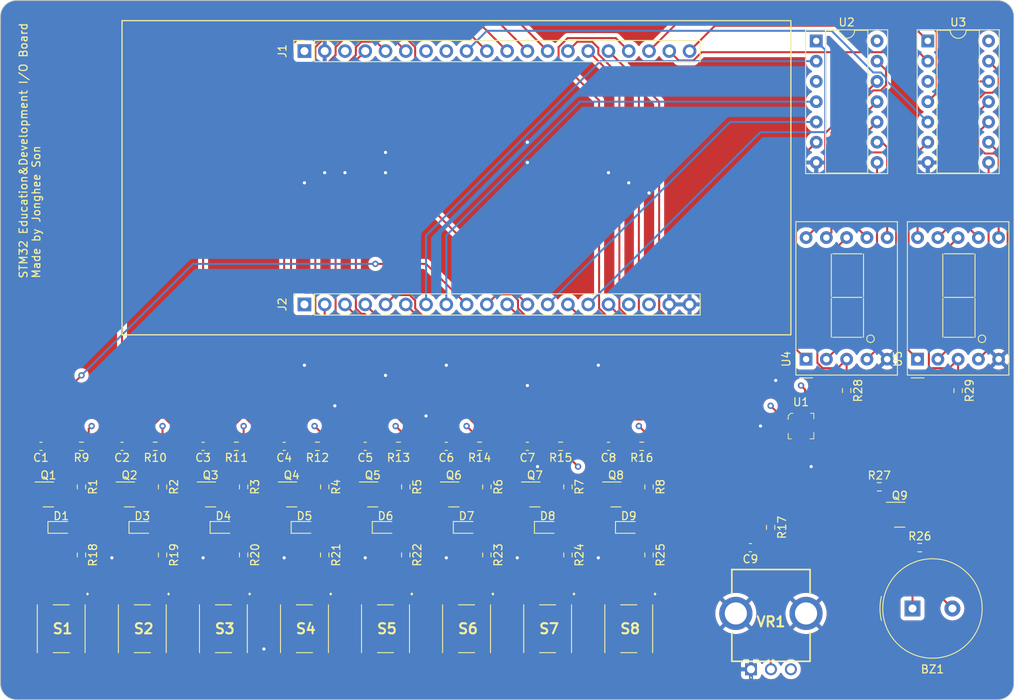
<source format=kicad_pcb>
(kicad_pcb (version 20221018) (generator pcbnew)
  (title_block (date "2023-12-22") (rev "1.0.0"))
  (layers (0 "F.Cu" signal) (1 "In1.Cu" power) (2 "In2.Cu" power) (31 "B.Cu" signal) (34 "B.Paste" user) (35 "F.Paste" user) (36 "B.SilkS" user "B.Silkscreen") (37 "F.SilkS" user "F.Silkscreen") (38 "B.Mask" user) (39 "F.Mask" user) (44 "Edge.Cuts" user))
  (net 0 "")
  (net 1 "VCC3V3")
  (net 2 "Net-(BZ1-+)")
  (net 3 "PC0")
  (net 4 "GND")
  (net 5 "PC1")
  (net 6 "PC2")
  (net 7 "PC3")
  (net 8 "PB6")
  (net 9 "PB7")
  (net 10 "PB8")
  (net 11 "PB9")
  (net 12 "Net-(VR1-WIPER)")
  (net 13 "Net-(D1-K)")
  (net 14 "Net-(D1-A)")
  (net 15 "Net-(D3-K)")
  (net 16 "Net-(D3-A)")
  (net 17 "Net-(D4-K)")
  (net 18 "Net-(D4-A)")
  (net 19 "Net-(D5-K)")
  (net 20 "Net-(D5-A)")
  (net 21 "Net-(D6-K)")
  (net 22 "Net-(D6-A)")
  (net 23 "Net-(D7-K)")
  (net 24 "Net-(D7-A)")
  (net 25 "Net-(D8-K)")
  (net 26 "Net-(D8-A)")
  (net 27 "Net-(D9-K)")
  (net 28 "Net-(D9-A)")
  (net 29 "5V")
  (net 30 "PC12")
  (net 31 "PC11")
  (net 32 "PC10")
  (net 33 "PA10{slash}USART1_RX")
  (net 34 "PA9{slash}USART1_TX")
  (net 35 "PA8")
  (net 36 "PC9")
  (net 37 "PC8")
  (net 38 "PC7")
  (net 39 "PC6")
  (net 40 "PB15{slash}SPI2_MOSI")
  (net 41 "PB14{slash}SPI2_MISO")
  (net 42 "PB13{slash}SPI2_SCK")
  (net 43 "PB12{slash}SPI2_NSS")
  (net 44 "PB11")
  (net 45 "PB10")
  (net 46 "PB1")
  (net 47 "VBAT")
  (net 48 "PC13")
  (net 49 "PA5")
  (net 50 "PA6")
  (net 51 "PA0")
  (net 52 "PA1{slash}ADC123_IN1")
  (net 53 "PA2")
  (net 54 "PA3{slash}TIM9_CH2")
  (net 55 "RESET")
  (net 56 "Net-(Q9-B)")
  (net 57 "Net-(R18-Pad2)")
  (net 58 "Net-(R19-Pad2)")
  (net 59 "Net-(R20-Pad2)")
  (net 60 "Net-(R21-Pad2)")
  (net 61 "Net-(R22-Pad2)")
  (net 62 "Net-(R23-Pad2)")
  (net 63 "Net-(R24-Pad2)")
  (net 64 "Net-(R25-Pad2)")
  (net 71 "Net-(R28-Pad1)")
  (net 72 "Net-(R29-Pad1)")
  (net 73 "Net-(U2-e)")
  (net 74 "Net-(U2-d)")
  (net 75 "Net-(U2-c)")
  (net 76 "Net-(U2-b)")
  (net 77 "Net-(U2-a)")
  (net 78 "Net-(U2-g)")
  (net 79 "Net-(U2-f)")
  (net 80 "Net-(U3-e)")
  (net 81 "Net-(U3-d)")
  (net 82 "Net-(U3-c)")
  (net 83 "Net-(U3-b)")
  (net 84 "Net-(U3-a)")
  (net 85 "Net-(U3-g)")
  (net 86 "Net-(U3-f)")
  (footprint "Resistor_SMD:R_0603_1608Metric_Pad0.98x0.95mm_HandSolder" (layer "F.Cu") (at 165.005 125.848451 -90)
    (fp_text reference "R25")
    (fp_text value "33")
  )
  (footprint "Connector_PinSocket_2.54mm:PinSocket_1x20_P2.54mm_Vertical" (layer "F.Cu") (at 121.825 62.705951 90)
    (fp_text reference "J1")
    (fp_text value "Conn_01x20_Pin")
  )
  (footprint "Package_TO_SOT_SMD:SOT-23" (layer "F.Cu") (at 89.7425 118.265951)
    (fp_text reference "Q1")
    (fp_text value "KRC110S")
  )
  (footprint "Capacitor_SMD:C_0603_1608Metric_Pad1.08x0.95mm_HandSolder" (layer "F.Cu") (at 129.445 112.235951 180)
    (fp_text reference "C5")
    (fp_text value "0.1uF")
  )
  (footprint "SamacSys_Parts:1TS005F25005001" (layer "F.Cu") (at 131.985 135.095951)
    (fp_text reference "S5")
    (fp_text value "1TS005F-2500-5001" hide)
  )
  (footprint "Resistor_SMD:R_0603_1608Metric_Pad0.98x0.95mm_HandSolder" (layer "F.Cu") (at 198.9375 124.935951)
    (fp_text reference "R26")
    (fp_text value "1k")
  )
  (footprint "Resistor_SMD:R_0603_1608Metric_Pad0.98x0.95mm_HandSolder" (layer "F.Cu") (at 134.525 125.848451 -90)
    (fp_text reference "R22")
    (fp_text value "33")
  )
  (footprint "SamacSys_Parts:1TS005F25005001" (layer "F.Cu") (at 142.145 135.095951)
    (fp_text reference "S6")
    (fp_text value "1TS005F-2500-5001" hide)
  )
  (footprint "SamacSys_Parts:1TS005F25005001" (layer "F.Cu") (at 111.665 135.095951)
    (fp_text reference "S3")
    (fp_text value "1TS005F-2500-5001" hide)
  )
  (footprint "Package_TO_SOT_SMD:SOT-23" (layer "F.Cu") (at 196.4225 120.805951)
    (fp_text reference "Q9")
    (fp_text value "~")
  )
  (footprint "Capacitor_SMD:C_0603_1608Metric_Pad1.08x0.95mm_HandSolder" (layer "F.Cu") (at 149.765 112.235951 180)
    (fp_text reference "C7")
    (fp_text value "0.1uF")
  )
  (footprint "Connector_PinSocket_2.54mm:PinSocket_1x20_P2.54mm_Vertical" (layer "F.Cu") (at 121.825 94.455951 90)
    (fp_text reference "J2")
    (fp_text value "Conn_01x20_Pin")
  )
  (footprint "Resistor_SMD:R_0603_1608Metric_Pad0.98x0.95mm_HandSolder" (layer "F.Cu") (at 124.365 125.848451 -90)
    (fp_text reference "R21")
    (fp_text value "33")
  )
  (footprint "Package_TO_SOT_SMD:SOT-23" (layer "F.Cu") (at 120.2225 118.265951)
    (fp_text reference "Q4")
    (fp_text value "~")
  )
  (footprint "Display_7Segment:D1X8K" (layer "F.Cu") (at 184.69 101.318451 90)
    (fp_text reference "U4")
    (fp_text value "D148K")
  )
  (footprint "Resistor_SMD:R_0603_1608Metric_Pad0.98x0.95mm_HandSolder" (layer "F.Cu") (at 144.685 117.315951 -90)
    (fp_text reference "R6")
    (fp_text value "330")
  )
  (footprint "Resistor_SMD:R_0603_1608Metric_Pad0.98x0.95mm_HandSolder" (layer "F.Cu") (at 104.045 125.848451 -90)
    (fp_text reference "R19")
    (fp_text value "33")
  )
  (footprint "LED_SMD:LED_0603_1608Metric_Pad1.05x0.95mm_HandSolder" (layer "F.Cu") (at 91.345 122.395951)
    (fp_text reference "D1")
    (fp_text value "GREEN")
  )
  (footprint "Capacitor_SMD:C_0603_1608Metric_Pad1.08x0.95mm_HandSolder" (layer "F.Cu") (at 119.285 112.235951 180)
    (fp_text reference "C4")
    (fp_text value "0.1uF")
  )
  (footprint "Package_TO_SOT_SMD:SOT-23" (layer "F.Cu") (at 150.7025 118.265951)
    (fp_text reference "Q7")
    (fp_text value "~")
  )
  (footprint "Resistor_SMD:R_0603_1608Metric_Pad0.98x0.95mm_HandSolder" (layer "F.Cu") (at 153.9325 112.235951 180)
    (fp_text reference "R15")
    (fp_text value "10k")
  )
  (footprint "Package_TO_SOT_SMD:SOT-23" (layer "F.Cu") (at 130.3825 118.265951)
    (fp_text reference "Q5")
    (fp_text value "~")
  )
  (footprint "Capacitor_SMD:C_0603_1608Metric_Pad1.08x0.95mm_HandSolder" (layer "F.Cu") (at 177.705 124.935951 180)
    (fp_text reference "C9")
    (fp_text value "0.1uF")
  )
  (footprint "Package_TO_SOT_SMD:SOT-23" (layer "F.Cu") (at 110.0625 118.265951)
    (fp_text reference "Q3")
    (fp_text value "~")
  )
  (footprint "Resistor_SMD:R_0603_1608Metric_Pad0.98x0.95mm_HandSolder" (layer "F.Cu") (at 104.045 117.315951 -90)
    (fp_text reference "R2")
    (fp_text value "330")
  )
  (footprint "Resistor_SMD:R_0603_1608Metric_Pad0.98x0.95mm_HandSolder" (layer "F.Cu") (at 93.885 125.848451 -90)
    (fp_text reference "R18")
    (fp_text value "33")
  )
  (footprint "LED_SMD:LED_0603_1608Metric_Pad1.05x0.95mm_HandSolder" (layer "F.Cu") (at 162.465 122.395951)
    (fp_text reference "D9")
    (fp_text value "GREEN")
  )
  (footprint "Resistor_SMD:R_0603_1608Metric_Pad0.98x0.95mm_HandSolder" (layer "F.Cu") (at 93.885 112.235951 180)
    (fp_text reference "R9")
    (fp_text value "10k")
  )
  (footprint "LED_SMD:LED_0603_1608Metric_Pad1.05x0.95mm_HandSolder" (layer "F.Cu") (at 152.305 122.395951)
    (fp_text reference "D8")
    (fp_text value "GREEN")
  )
  (footprint "Package_TO_SOT_SMD:SOT-23" (layer "F.Cu") (at 99.9025 118.265951)
    (fp_text reference "Q2")
    (fp_text value "~")
  )
  (footprint "Resistor_SMD:R_0603_1608Metric_Pad0.98x0.95mm_HandSolder" (layer "F.Cu") (at 143.7725 112.235951 180)
    (fp_text reference "R14")
    (fp_text value "10k")
  )
  (footprint "Resistor_SMD:R_0603_1608Metric_Pad0.98x0.95mm_HandSolder" (layer "F.Cu") (at 154.845 117.315951 -90)
    (fp_text reference "R7")
    (fp_text value "330")
  )
  (footprint "LED_SMD:LED_0603_1608Metric_Pad1.05x0.95mm_HandSolder" (layer "F.Cu") (at 111.665 122.395951)
    (fp_text reference "D4")
    (fp_text value "GREEN")
  )
  (footprint "Package_TO_SOT_SMD:SOT-23" (layer "F.Cu") (at 160.8625 118.265951)
    (fp_text reference "Q8")
    (fp_text value "~")
  )
  (footprint "Capacitor_SMD:C_0603_1608Metric_Pad1.08x0.95mm_HandSolder" (layer "F.Cu") (at 159.925 112.235951 180)
    (fp_text reference "C8")
    (fp_text value "0.1uF")
  )
  (footprint "Resistor_SMD:R_0603_1608Metric_Pad0.98x0.95mm_HandSolder" (layer "F.Cu") (at 123.4525 112.235951 180)
    (fp_text reference "R12")
    (fp_text value "10k")
  )
  (footprint "digikey-footprints:TFLGA-16_3x3mm" (layer "F.Cu") (at 184.055 109.695951)
    (fp_text reference "U1")
    (fp_text value "H3LIS331DLTR")
  )
  (footprint "Package_DIP:DIP-14_W7.62mm_Socket" (layer "F.Cu") (at 199.94 61.430951)
    (fp_text reference "U3")
    (fp_text value "74LS49")
  )
  (footprint "Capacitor_SMD:C_0603_1608Metric_Pad1.08x0.95mm_HandSolder" (layer "F.Cu") (at 139.605 112.235951 180)
    (fp_text reference "C6")
    (fp_text value "0.1uF")
  )
  (footprint "Display_7Segment:D1X8K" (layer "F.Cu") (at 198.66 101.318451 90)
    (fp_text reference "U5")
    (fp_text value "D148K")
  )
  (footprint "Capacitor_SMD:C_0603_1608Metric_Pad1.08x0.95mm_HandSolder" (layer "F.Cu") (at 88.805 112.235951 180)
    (fp_text reference "C1")
    (fp_text value "0.1uF")
  )
  (footprint "LED_SMD:LED_0603_1608Metric_Pad1.05x0.95mm_HandSolder" (layer "F.Cu") (at 121.825 122.395951)
    (fp_text reference "D5")
    (fp_text value "GREEN")
  )
  (footprint "LED_SMD:LED_0603_1608Metric_Pad1.05x0.95mm_HandSolder" (layer "F.Cu") (at 142.145 122.395951)
    (fp_text reference "D7")
    (fp_text value "GREEN")
  )
  (footprint "SamacSys_Parts:1TS005F25005001" (layer "F.Cu") (at 101.505 135.095951)
    (fp_text reference "S2")
    (fp_text value "1TS005F-2500-5001" hide)
  )
  (footprint "Resistor_SMD:R_0603_1608Metric_Pad0.98x0.95mm_HandSolder" (layer "F.Cu") (at 93.885 117.315951 -90)
    (fp_text reference "R1")
    (fp_text value "330")
  )
  (footprint "Resistor_SMD:R_0603_1608Metric_Pad0.98x0.95mm_HandSolder" (layer "F.Cu") (at 133.6125 112.235951 180)
    (fp_text reference "R13")
    (fp_text value "10k")
  )
  (footprint "LED_SMD:LED_0603_1608Metric_Pad1.05x0.95mm_HandSolder" (layer "F.Cu") (at 131.985 122.395951)
    (fp_text reference "D6")
    (fp_text value "GREEN")
  )
  (footprint "Capacitor_SMD:C_0603_1608Metric_Pad1.08x0.95mm_HandSolder" (layer "F.Cu") (at 109.125 112.235951 180)
    (fp_text reference "C3")
    (fp_text value "0.1uF")
  )
  (footprint "Resistor_SMD:R_0603_1608Metric_Pad0.98x0.95mm_HandSolder" (layer "F.Cu") (at 113.2925 112.235951 180)
    (fp_text reference "R11")
    (fp_text value "10k")
  )
  (footprint "Resistor_SMD:R_0603_1608Metric_Pad0.98x0.95mm_HandSolder" (layer "F.Cu") (at 114.205 125.848451 -90)
    (fp_text reference "R20")
    (fp_text value "33")
  )
  (footprint "SamacSys_Parts:RK09D117000C" (layer "F.Cu") (at 177.785 140.175951)
    (fp_text reference "VR1")
    (fp_text value "RK09D117000C" hide)
  )
  (footprint "Buzzer_Beeper:Buzzer_TDK_PS1240P02BT_D12.2mm_H6.5mm" (layer "F.Cu") (at 198.025 132.555951)
    (fp_text reference "BZ1")
    (fp_text value "PS1240P02BT")
  )
  (footprint "SamacSys_Parts:1TS005F25005001" (layer "F.Cu") (at 152.305 135.095951)
    (fp_text reference "S7")
    (fp_text value "1TS005F-2500-5001" hide)
  )
  (footprint "Resistor_SMD:R_0603_1608Metric_Pad0.98x0.95mm_HandSolder" (layer "F.Cu") (at 103.1325 112.235951 180)
    (fp_text reference "R10")
    (fp_text value "10k")
  )
  (footprint "Package_TO_SOT_SMD:SOT-23" (layer "F.Cu") (at 140.5425 118.265951)
    (fp_text reference "Q6")
    (fp_text value "~")
  )
  (footprint "Package_DIP:DIP-14_W7.62mm_Socket" (layer "F.Cu") (at 185.96 61.430951)
    (fp_text reference "U2")
    (fp_text value "74LS49")
  )
  (footprint "Resistor_SMD:R_0603_1608Metric_Pad0.98x0.95mm_HandSolder" (layer "F.Cu") (at 134.525 117.315951 -90)
    (fp_text reference "R5")
    (fp_text value "330")
  )
  (footprint "Resistor_SMD:R_0603_1608Metric_Pad0.98x0.95mm_HandSolder" (layer "F.Cu") (at 114.205 117.315951 -90)
    (fp_text reference "R3")
    (fp_text value "330")
  )
  (footprint "Resistor_SMD:R_0603_1608Metric_Pad0.98x0.95mm_HandSolder" (layer "F.Cu") (at 164.0925 112.235951 180)
    (fp_text reference "R16")
    (fp_text value "10k")
  )
  (footprint "Resistor_SMD:R_0603_1608Metric_Pad0.98x0.95mm_HandSolder" (layer "F.Cu") (at 193.8575 117.315951)
    (fp_text reference "R27")
    (fp_text value "1k")
  )
  (footprint "Resistor_SMD:R_0603_1608Metric_Pad0.98x0.95mm_HandSolder" (layer "F.Cu") (at 124.365 117.315951 -90)
    (fp_text reference "R4")
    (fp_text value "330")
  )
  (footprint "Resistor_SMD:R_0603_1608Metric_Pad0.98x0.95mm_HandSolder" (layer "F.Cu") (at 154.845 125.848451 -90)
    (fp_text reference "R24")
    (fp_text value "33")
  )
  (footprint "Resistor_SMD:R_0603_1608Metric_Pad0.98x0.95mm_HandSolder" (layer "F.Cu") (at 203.74 105.250951 -90)
    (fp_text reference "R29")
    (fp_text value "330")
  )
  (footprint "Resistor_SMD:R_0603_1608Metric_Pad0.98x0.95mm_HandSolder" (layer "F.Cu") (at 165.005 117.315951 -90)
    (fp_text reference "R8")
    (fp_text value "330")
  )
  (footprint "SamacSys_Parts:1TS005F25005001" (layer "F.Cu") (at 91.345 135.095951)
    (fp_text reference "S1")
    (fp_text value "1TS005F-2500-5001" hide)
  )
  (footprint "Capacitor_SMD:C_0603_1608Metric_Pad1.08x0.95mm_HandSolder" (layer "F.Cu") (at 98.965 112.235951 180)
    (fp_text reference "C2")
    (fp_text value "0.1uF")
  )
  (footprint "SamacSys_Parts:1TS005F25005001" (layer "F.Cu") (at 162.465 135.095951)
    (fp_text reference "S8")
    (fp_text value "1TS005F-2500-5001" hide)
  )
  (footprint "Resistor_SMD:R_0603_1608Metric_Pad0.98x0.95mm_HandSolder" (layer "F.Cu") (at 189.77 105.250951 -90)
    (fp_text reference "R28")
    (fp_text value "330")
  )
  (footprint "SamacSys_Parts:1TS005F25005001" (layer "F.Cu") (at 121.825 135.095951)
    (fp_text reference "S4")
    (fp_text value "1TS005F-2500-5001" hide)
  )
  (footprint "Resistor_SMD:R_0603_1608Metric_Pad0.98x0.95mm_HandSolder" (layer "F.Cu") (at 144.685 125.848451 -90)
    (fp_text reference "R23")
    (fp_text value "33")
  )
  (footprint "Resistor_SMD:R_0603_1608Metric_Pad0.98x0.95mm_HandSolder" (layer "F.Cu") (at 180.245 122.395951 -90)
    (fp_text reference "R17")
    (fp_text value "1k")
  )
  (footprint "LED_SMD:LED_0603_1608Metric_Pad1.05x0.95mm_HandSolder" (layer "F.Cu") (at 101.505 122.395951)
    (fp_text reference "D3")
    (fp_text value "GREEN")
  )
  (gr_rect (start 98.965 58.895951) (end 182.785 98.265951) (stroke (width 0.15)) (fill none) (layer "F.SilkS"))
  (gr_line (start 83.725 141.985951) (end 83.725 58.355951) (stroke (width 0.1)) (layer "Edge.Cuts"))
  (gr_arc (start 210.725 141.985951) (mid 210.139214 143.400165) (end 208.725 143.985951) (stroke (width 0.1)) (layer "Edge.Cuts"))
  (gr_line (start 208.725 143.985951) (end 85.725 143.985951) (stroke (width 0.1)) (layer "Edge.Cuts"))
  (gr_arc (start 83.725 58.355951) (mid 84.310786 56.941737) (end 85.725 56.355951) (stroke (width 0.1)) (layer "Edge.Cuts"))
  (gr_arc (start 208.725 56.355951) (mid 210.139214 56.941737) (end 210.725 58.355951) (stroke (width 0.1)) (layer "Edge.Cuts"))
  (gr_line (start 85.725 56.355951) (end 208.725 56.355951) (stroke (width 0.1)) (layer "Edge.Cuts"))
  (gr_arc (start 85.725 143.985951) (mid 84.310786 143.400165) (end 83.725 141.985951) (stroke (width 0.1)) (layer "Edge.Cuts"))
  (gr_line (start 210.725 58.355951) (end 210.725 141.985951) (stroke (width 0.1)) (layer "Edge.Cuts"))
  (gr_text "STM32 Education&Development I/O Board\nMade by Jonghee Son" (at 88.805 91.280951 90) (layer "F.SilkS") (effects (font (size 1 1)) (justify left bottom)))
  (segment (start 95.155 109.695951) (end 94.7975 110.053451) (width 0.25) (layer "F.Cu") (net 1))
  (segment (start 133.255 109.695951) (end 134.525 110.965951) (width 0.25) (layer "F.Cu") (net 1))
  (segment (start 163.735 109.695951) (end 165.005 110.965951) (width 0.25) (layer "F.Cu") (net 1))
  (segment (start 184.055 104.615951) (end 184.555 105.115951) (width 0.25) (layer "F.Cu") (net 1))
  (segment (start 165.005 116.403451) (end 165.005 112.235951) (width 0.25) (layer "F.Cu") (net 1))
  (segment (start 124.365 110.965951) (end 124.365 112.235951) (width 0.25) (layer "F.Cu") (net 1))
  (segment (start 104.045 112.235951) (end 104.045 109.695951) (width 0.25) (layer "F.Cu") (net 1))
  (segment (start 104.045 112.235951) (end 104.045 116.403451) (width 0.25) (layer "F.Cu") (net 1))
  (segment (start 94.7975 112.235951) (end 93.885 113.148451) (width 0.25) (layer "F.Cu") (net 1))
  (segment (start 124.365 116.403451) (end 124.365 112.235951) (width 0.25) (layer "F.Cu") (net 1))
  (segment (start 114.205 109.695951) (end 114.205 112.235951) (width 0.25) (layer "F.Cu") (net 1))
  (segment (start 156.115 114.775951) (end 154.845 113.505951) (width 0.25) (layer "F.Cu") (net 1))
  (segment (start 94.7975 110.053451) (end 94.7975 112.235951) (width 0.25) (layer "F.Cu") (net 1))
  (segment (start 93.885 116.403451) (end 93.885 113.148451) (width 0.25) (layer "F.Cu") (net 1))
  (segment (start 154.845 113.505951) (end 154.845 112.235951) (width 0.25) (layer "F.Cu") (net 1))
  (segment (start 134.525 110.965951) (end 134.525 112.235951) (width 0.25) (layer "F.Cu") (net 1))
  (segment (start 123.095 109.695951) (end 124.365 110.965951) (width 0.25) (layer "F.Cu") (net 1))
  (segment (start 154.845 112.235951) (end 154.845 116.403451) (width 0.25) (layer "F.Cu") (net 1))
  (segment (start 134.525 116.403451) (end 134.525 112.235951) (width 0.25) (layer "F.Cu") (net 1))
  (segment (start 182.83 108.695951) (end 181.785 108.695951) (width 0.25) (layer "F.Cu") (net 1))
  (segment (start 181.785 108.695951) (end 180.245 107.155951) (width 0.25) (layer "F.Cu") (net 1))
  (segment (start 114.205 116.403451) (end 114.205 112.235951) (width 0.25) (layer "F.Cu") (net 1))
  (segment (start 144.685 116.403451) (end 144.685 112.235951) (width 0.25) (layer "F.Cu") (net 1))
  (segment (start 165.005 110.965951) (end 165.005 112.235951) (width 0.25) (layer "F.Cu") (net 1))
  (segment (start 198.025 124.935951) (end 198.025 132.555951) (width 0.25) (layer "F.Cu") (net 1))
  (segment (start 142.145 109.695951) (end 144.685 112.235951) (width 0.25) (layer "F.Cu") (net 1))
  (segment (start 184.555 105.115951) (end 184.555 108.470951) (width 0.25) (layer "F.Cu") (net 1))
  (via (at 123.095 109.695951) (size 0.8) (drill 0.4) (layers "F.Cu" "B.Cu") (net 1))
  (via (at 163.735 109.695951) (size 0.8) (drill 0.4) (layers "F.Cu" "B.Cu") (net 1))
  (via (at 156.115 114.775951) (size 0.8) (drill 0.4) (layers "F.Cu" "B.Cu") (net 1))
  (via (at 104.045 109.695951) (size 0.8) (drill 0.4) (layers "F.Cu" "B.Cu") (net 1))
  (via (at 180.245 107.155951) (size 0.8) (drill 0.4) (layers "F.Cu" "B.Cu") (net 1))
  (via (at 184.055 104.615951) (size 0.8) (drill 0.4) (layers "F.Cu" "B.Cu") (net 1))
  (via (at 114.205 109.695951) (size 0.8) (drill 0.4) (layers "F.Cu" "B.Cu") (net 1))
  (via (at 133.255 109.695951) (size 0.8) (drill 0.4) (layers "F.Cu" "B.Cu") (net 1))
  (via (at 142.145 109.695951) (size 0.8) (drill 0.4) (layers "F.Cu" "B.Cu") (net 1))
  (via (at 95.155 109.695951) (size 0.8) (drill 0.4) (layers "F.Cu" "B.Cu") (net 1))
  (segment (start 199.85 124.935951) (end 199.85 129.380951) (width 0.25) (layer "F.Cu") (net 2))
  (segment (start 199.85 129.380951) (end 203.025 132.555951) (width 0.25) (layer "F.Cu") (net 2))
  (segment (start 199.85 123.295951) (end 197.36 120.805951) (width 0.25) (layer "F.Cu") (net 2))
  (segment (start 199.85 124.935951) (end 199.85 123.295951) (width 0.25) (layer "F.Cu") (net 2))
  (segment (start 94.685 117.738875) (end 94.685 124.135951) (width 0.25) (layer "F.Cu") (net 3))
  (segment (start 92.9725 112.235951) (end 89.6675 112.235951) (width 0.25) (layer "F.Cu") (net 3))
  (segment (start 92.9725 116.780527) (end 93.507924 117.315951) (width 0.25) (layer "F.Cu") (net 3))
  (segment (start 137.065 89.375951) (end 130.715 89.375951) (width 0.25) (layer "F.Cu") (net 3))
  (segment (start 94.685 124.135951) (end 93.885 124.935951) (width 0.25) (layer "F.Cu") (net 3))
  (segment (start 92.9725 112.235951) (end 92.9725 116.780527) (width 0.25) (layer "F.Cu") (net 3))
  (segment (start 93.885 103.345951) (end 92.9725 104.258451) (width 0.25) (layer "F.Cu") (net 3))
  (segment (start 92.9725 104.258451) (end 92.9725 112.235951) (width 0.25) (layer "F.Cu") (net 3))
  (segment (start 142.145 94.455951) (end 137.065 89.375951) (width 0.25) (layer "F.Cu") (net 3))
  (segment (start 93.507924 117.315951) (end 94.262076 117.315951) (width 0.25) (layer "F.Cu") (net 3))
  (segment (start 94.262076 117.315951) (end 94.685 117.738875) (width 0.25) (layer "F.Cu") (net 3))
  (via (at 130.715 89.375951) (size 0.8) (drill 0.4) (layers "F.Cu" "B.Cu") (net 3))
  (via (at 93.885 103.345951) (size 0.8) (drill 0.4) (layers "F.Cu" "B.Cu") (net 3))
  (segment (start 107.855 89.375951) (end 93.885 103.345951) (width 0.25) (layer "B.Cu") (net 3))
  (segment (start 130.715 89.375951) (end 107.855 89.375951) (width 0.25) (layer "B.Cu") (net 3))
  (segment (start 148.9025 112.643451) (end 151.035 114.775951) (width 0.25) (layer "F.Cu") (net 4))
  (segment (start 185.28 108.695951) (end 185.28 109.195951) (width 0.25) (layer "F.Cu") (net 4))
  (segment (start 180.88 103.980951) (end 183.555 106.655951) (width 0.25) (layer "F.Cu") (net 4))
  (segment (start 138.7425 110.103451) (end 138.7425 112.235951) (width 0.25) (layer "F.Cu") (net 4))
  (segment (start 148.9025 112.235951) (end 148.9025 112.643451) (width 0.25) (layer "F.Cu") (net 4))
  (segment (start 183.555 106.655951) (end 183.555 108.470951) (width 0.25) (layer "F.Cu") (net 4))
  (segment (start 128.5825 112.235951) (end 128.5825 110.103451) (width 0.25) (layer "F.Cu") (net 4))
  (segment (start 128.5825 110.103451) (end 125.635 107.155951) (width 0.25) (layer "F.Cu") (net 4))
  (segment (start 182.83 110.695951) (end 179.975 110.695951) (width 0.25) (layer "F.Cu") (net 4))
  (segment (start 137.065 108.425951) (end 138.7425 110.103451) (width 0.25) (layer "F.Cu") (net 4))
  (segment (start 179.975 110.695951) (end 178.975 109.695951) (width 0.25) (layer "F.Cu") (net 4))
  (via (at 129.445 126.205951) (size 0.8) (drill 0.4) (layers "F.Cu" "B.Cu") (net 4))
  (via (at 126.905 77.945951) (size 0.8) (drill 0.4) (layers "F.Cu" "B.Cu") (net 4))
  (via (at 131.985 103.345951) (size 0.8) (drill 0.4) (layers "F.Cu" "B.Cu") (net 4))
  (via (at 116.745 137.635951) (size 0.8) (drill 0.4) (layers "F.Cu" "B.Cu") (net 4))
  (via (at 149.765 74.135951) (size 0.8) (drill 0.4) (layers "F.Cu" "B.Cu") (net 4))
  (via (at 124.365 77.945951) (size 0.8) (drill 0.4) (layers "F.Cu" "B.Cu") (net 4))
  (via (at 149.765 76.675951) (size 0.8) (drill 0.4) (layers "F.Cu" "B.Cu") (net 4))
  (via (at 185.325 114.775951) (size 0.8) (drill 0.4) (layers "F.Cu" "B.Cu") (net 4))
  (via (at 97.695 126.205951) (size 0.8) (drill 0.4) (layers "F.Cu" "B.Cu") (net 4))
  (via (at 158.655 102.075951) (size 0.8) (drill 0.4) (layers "F.Cu" "B.Cu") (net 4))
  (via (at 125.635 107.155951) (size 0.8) (drill 0.4) (layers "F.Cu" "B.Cu") (net 4))
  (via (at 131.985 75.405951) (size 0.8) (drill 0.4) (layers "F.Cu" "B.Cu") (net 4))
  (via (at 158.655 126.205951) (size 0.8) (drill 0.4) (layers "F.Cu" "B.Cu") (net 4))
  (via (at 121.825 102.075951) (size 0.8) (drill 0.4) (layers "F.Cu" "B.Cu") (net 4))
  (via (at 139.605 126.205951) (size 0.8) (drill 0.4) (layers "F.Cu" "B.Cu") (net 4))
  (via (at 119.285 126.205951) (size 0.8) (drill 0.4) (layers "F.Cu" "B.Cu") (net 4))
  (via (at 149.765 104.615951) (size 0.8) (drill 0.4) (layers "F.Cu" "B.Cu") (net 4))
  (via (at 148.495 126.205951) (size 0.8) (drill 0.4) (layers "F.Cu" "B.Cu") (net 4))
  (via (at 137.065 108.425951) (size 0.8) (drill 0.4) (layers "F.Cu" "B.Cu") (net 4))
  (via (at 159.925 77.945951) (size 0.8) (drill 0.4) (layers "F.Cu" "B.Cu") (net 4))
  (via (at 178.975 109.695951) (size 0.8) (drill 0.4) (layers "F.Cu" "B.Cu") (net 4))
  (via (at 121.825 79.215951) (size 0.8) (drill 0.4) (layers "F.Cu" "B.Cu") (net 4))
  (via (at 109.125 126.205951) (size 0.8) (drill 0.4) (layers "F.Cu" "B.Cu") (net 4))
  (via (at 131.985 77.945951) (size 0.8) (drill 0.4) (layers "F.Cu" "B.Cu") (net 4))
  (via (at 165.005 80.485951) (size 0.8) (drill 0.4) (layers "F.Cu" "B.Cu") (net 4))
  (via (at 162.465 79.215951) (size 0.8) (drill 0.4) (layers "F.Cu" "B.Cu") (net 4))
  (via (at 180.88 103.980951) (size 0.8) (drill 0.4) (layers "F.Cu" "B.Cu") (net 4))
  (via (at 139.605 102.075951) (size 0.8) (drill 0.4) (layers "F.Cu" "B.Cu") (net 4))
  (via (at 151.035 114.775951) (size 0.8) (drill 0.4) (layers "F.Cu" "B.Cu") (net 4))
  (segment (start 104.845 124.135951) (end 104.045 124.935951) (width 0.25) (layer "F.Cu") (net 5))
  (segment (start 103.667924 117.315951) (end 104.422076 117.315951) (width 0.25) (layer "F.Cu") (net 5))
  (segment (start 104.845 117.738875) (end 104.845 124.135951) (width 0.25) (layer "F.Cu") (net 5))
  (segment (start 148.59 94.942652) (end 162.073299 108.425951) (width 0.25) (layer "F.Cu") (net 5))
  (segment (start 144.685 94.455951) (end 145.955 93.185951) (width 0.25) (layer "F.Cu") (net 5))
  (segment (start 102.22 115.868027) (end 103.667924 117.315951) (width 0.25) (layer "F.Cu") (net 5))
  (segment (start 145.955 93.185951) (end 147.858604 93.185951) (width 0.25) (layer "F.Cu") (net 5))
  (segment (start 99.8275 112.235951) (end 102.22 112.235951) (width 0.25) (layer "F.Cu") (net 5))
  (segment (start 165.660972 108.425951) (end 167.545 110.309979) (width 0.25) (layer "F.Cu") (net 5))
  (segment (start 167.545 139.052347) (end 165.151396 141.445951) (width 0.25) (layer "F.Cu") (net 5))
  (segment (start 165.151396 141.445951) (end 109.615 141.445951) (width 0.25) (layer "F.Cu") (net 5))
  (segment (start 148.59 93.917347) (end 148.59 94.942652) (width 0.25) (layer "F.Cu") (net 5))
  (segment (start 167.545 110.309979) (end 167.545 139.052347) (width 0.25) (layer "F.Cu") (net 5))
  (segment (start 162.073299 108.425951) (end 165.660972 108.425951) (width 0.25) (layer "F.Cu") (net 5))
  (segment (start 102.22 112.235951) (end 102.22 115.868027) (width 0.25) (layer "F.Cu") (net 5))
  (segment (start 102.22 110.250951) (end 102.22 112.235951) (width 0.25) (layer "F.Cu") (net 5))
  (segment (start 109.615 141.445951) (end 105.315 137.145951) (width 0.25) (layer "F.Cu") (net 5))
  (segment (start 104.422076 117.315951) (end 104.845 117.738875) (width 0.25) (layer "F.Cu") (net 5))
  (segment (start 104.045 108.425951) (end 102.22 110.250951) (width 0.25) (layer "F.Cu") (net 5))
  (segment (start 147.858604 93.185951) (end 148.59 93.917347) (width 0.25) (layer "F.Cu") (net 5))
  (segment (start 105.315 109.695951) (end 104.045 108.425951) (width 0.25) (layer "F.Cu") (net 5))
  (segment (start 105.315 137.145951) (end 105.315 109.695951) (width 0.25) (layer "F.Cu") (net 5))
  (segment (start 112.38 110.250951) (end 112.38 112.235951) (width 0.25) (layer "F.Cu") (net 6))
  (segment (start 115.005 117.738875) (end 115.005 124.135951) (width 0.25) (layer "F.Cu") (net 6))
  (segment (start 112.38 112.235951) (end 112.38 115.868027) (width 0.25) (layer "F.Cu") (net 6))
  (segment (start 114.205 108.425951) (end 112.38 110.250951) (width 0.25) (layer "F.Cu") (net 6))
  (segment (start 115.475 132.645951) (end 115.475 109.695951) (width 0.25) (layer "F.Cu") (net 6))
  (segment (start 112.38 115.868027) (end 113.927924 117.415951) (width 0.25) (layer "F.Cu") (net 6))
  (segment (start 166.275 109.695951) (end 166.275 139.685951) (width 0.25) (layer "F.Cu") (net 6))
  (segment (start 109.9875 112.235951) (end 112.38 112.235951) (width 0.25) (layer "F.Cu") (net 6))
  (segment (start 123.25 140.420951) (end 115.475 132.645951) (width 0.25) (layer "F.Cu") (net 6))
  (segment (start 114.682076 117.415951) (end 115.005 117.738875) (width 0.25) (layer "F.Cu") (net 6))
  (segment (start 115.475 109.695951) (end 114.205 108.425951) (width 0.25) (layer "F.Cu") (net 6))
  (segment (start 161.645 108.875951) (end 165.455 108.875951) (width 0.25) (layer "F.Cu") (net 6))
  (segment (start 165.54 140.420951) (end 123.25 140.420951) (width 0.25) (layer "F.Cu") (net 6))
  (segment (start 113.927924 117.415951) (end 114.682076 117.415951) (width 0.25) (layer "F.Cu") (net 6))
  (segment (start 147.225 94.455951) (end 161.645 108.875951) (width 0.25) (layer "F.Cu") (net 6))
  (segment (start 165.455 108.875951) (end 166.275 109.695951) (width 0.25) (layer "F.Cu") (net 6))
  (segment (start 115.005 124.135951) (end 114.205 124.935951) (width 0.25) (layer "F.Cu") (net 6))
  (segment (start 166.275 139.685951) (end 165.54 140.420951) (width 0.25) (layer "F.Cu") (net 6))
  (segment (start 122.54 115.868027) (end 123.987924 117.315951) (width 0.25) (layer "F.Cu") (net 7))
  (segment (start 122.54 112.235951) (end 122.54 115.868027) (width 0.25) (layer "F.Cu") (net 7))
  (segment (start 135.7 80.390951) (end 149.765 94.455951) (width 0.25) (layer "F.Cu") (net 7))
  (segment (start 134.111701 60.630951) (end 135.7 62.21925) (width 0.25) (layer "F.Cu") (net 7))
  (segment (start 125.165 117.738875) (end 125.165 124.135951) (width 0.25) (layer "F.Cu") (net 7))
  (segment (start 120.1475 112.235951) (end 120.1475 67.61175) (width 0.25) (layer "F.Cu") (net 7))
  (segment (start 124.742076 117.315951) (end 125.165 117.738875) (width 0.25) (layer "F.Cu") (net 7))
  (segment (start 123.19 62.21925) (end 124.778299 60.630951) (width 0.25) (layer "F.Cu") (net 7))
  (segment (start 124.778299 60.630951) (end 134.111701 60.630951) (width 0.25) (layer "F.Cu") (net 7))
  (segment (start 123.19 64.56925) (end 123.19 62.21925) (width 0.25) (layer "F.Cu") (net 7))
  (segment (start 120.1475 112.235951) (end 122.54 112.235951) (width 0.25) (layer "F.Cu") (net 7))
  (segment (start 123.987924 117.315951) (end 124.742076 117.315951) (width 0.25) (layer "F.Cu") (net 7))
  (segment (start 135.7 62.21925) (end 135.7 80.390951) (width 0.25) (layer "F.Cu") (net 7))
  (segment (start 120.1475 67.61175) (end 123.19 64.56925) (width 0.25) (layer "F.Cu") (net 7))
  (segment (start 125.165 124.135951) (end 124.365 124.935951) (width 0.25) (layer "F.Cu") (net 7))
  (segment (start 134.147924 117.315951) (end 134.902076 117.315951) (width 0.25) (layer "F.Cu") (net 8))
  (segment (start 132.7 115.868027) (end 134.147924 117.315951) (width 0.25) (layer "F.Cu") (net 8))
  (segment (start 124.365 94.455951) (end 124.365 103.345951) (width 0.25) (layer "F.Cu") (net 8))
  (segment (start 130.3075 109.288451) (end 130.3075 112.235951) (width 0.25) (layer "F.Cu") (net 8))
  (segment (start 135.325 124.135951) (end 134.525 124.935951) (width 0.25) (layer "F.Cu") (net 8))
  (segment (start 132.7 112.235951) (end 130.3075 112.235951) (width 0.25) (layer "F.Cu") (net 8))
  (segment (start 124.365 103.345951) (end 130.3075 109.288451) (width 0.25) (layer "F.Cu") (net 8))
  (segment (start 134.902076 117.315951) (end 135.325 117.738875) (width 0.25) (layer "F.Cu") (net 8))
  (segment (start 132.7 112.235951) (end 132.7 115.868027) (width 0.25) (layer "F.Cu") (net 8))
  (segment (start 135.325 117.738875) (end 135.325 124.135951) (width 0.25) (layer "F.Cu") (net 8))
  (segment (start 142.86 112.235951) (end 142.86 115.868027) (width 0.25) (layer "F.Cu") (net 9))
  (segment (start 142.86 112.235951) (end 140.4675 112.235951) (width 0.25) (layer "F.Cu") (net 9))
  (segment (start 145.062076 117.315951) (end 145.485 117.738875) (width 0.25) (layer "F.Cu") (net 9))
  (segment (start 144.307924 117.315951) (end 145.062076 117.315951) (width 0.25) (layer "F.Cu") (net 9))
  (segment (start 140.4675 108.018451) (end 126.905 94.455951) (width 0.25) (layer "F.Cu") (net 9))
  (segment (start 145.485 117.738875) (end 145.485 124.135951) (width 0.25) (layer "F.Cu") (net 9))
  (segment (start 140.4675 112.235951) (end 140.4675 108.018451) (width 0.25) (layer "F.Cu") (net 9))
  (segment (start 142.86 115.868027) (end 144.307924 117.315951) (width 0.25) (layer "F.Cu") (net 9))
  (segment (start 145.485 124.135951) (end 144.685 124.935951) (width 0.25) (layer "F.Cu") (net 9))
  (segment (start 149.8275 111.435951) (end 150.6275 112.235951) (width 0.25) (layer "F.Cu") (net 10))
  (segment (start 150.6275 112.235951) (end 153.02 112.235951) (width 0.25) (layer "F.Cu") (net 10))
  (segment (start 155.645 117.738875) (end 155.645 124.135951) (width 0.25) (layer "F.Cu") (net 10))
  (segment (start 155.222076 117.315951) (end 155.645 117.738875) (width 0.25) (layer "F.Cu") (net 10))
  (segment (start 155.645 124.135951) (end 154.845 124.935951) (width 0.25) (layer "F.Cu") (net 10))
  (segment (start 146.425 111.435951) (end 149.8275 111.435951) (width 0.25) (layer "F.Cu") (net 10))
  (segment (start 153.02 115.868027) (end 154.467924 117.315951) (width 0.25) (layer "F.Cu") (net 10))
  (segment (start 154.467924 117.315951) (end 155.222076 117.315951) (width 0.25) (layer "F.Cu") (net 10))
  (segment (start 153.02 112.235951) (end 153.02 115.868027) (width 0.25) (layer "F.Cu") (net 10))
  (segment (start 129.445 94.455951) (end 146.425 111.435951) (width 0.25) (layer "F.Cu") (net 10))
  (segment (start 146.8175 98.265951) (end 139.023299 98.265951) (width 0.25) (layer "F.Cu") (net 11))
  (segment (start 160.7875 112.235951) (end 146.8175 98.265951) (width 0.25) (layer "F.Cu") (net 11))
  (segment (start 165.805 124.135951) (end 165.005 124.935951) (width 0.25) (layer "F.Cu") (net 11))
  (segment (start 139.023299 98.265951) (end 135.7 94.942652) (width 0.25) (layer "F.Cu") (net 11))
  (segment (start 160.7875 112.235951) (end 163.18 112.235951) (width 0.25) (layer "F.Cu") (net 11))
  (segment (start 163.18 115.868027) (end 164.627924 117.315951) (width 0.25) (layer "F.Cu") (net 11))
  (segment (start 163.18 112.235951) (end 163.18 115.868027) (width 0.25) (layer "F.Cu") (net 11))
  (segment (start 135.7 93.96925) (end 135.011701 93.280951) (width 0.25) (layer "F.Cu") (net 11))
  (segment (start 135.7 94.942652) (end 135.7 93.96925) (width 0.25) (layer "F.Cu") (net 11))
  (segment (start 133.16 93.280951) (end 131.985 94.455951) (width 0.25) (layer "F.Cu") (net 11))
  (segment (start 165.382076 117.315951) (end 165.805 117.738875) (width 0.25) (layer "F.Cu") (net 11))
  (segment (start 164.627924 117.315951) (end 165.382076 117.315951) (width 0.25) (layer "F.Cu") (net 11))
  (segment (start 165.805 117.738875) (end 165.805 124.135951) (width 0.25) (layer "F.Cu") (net 11))
  (segment (start 135.011701 93.280951) (end 133.16 93.280951) (width 0.25) (layer "F.Cu") (net 11))
  (segment (start 178.5675 124.935951) (end 180.245 124.935951) (width 0.25) (layer "F.Cu") (net 12))
  (segment (start 180.245 123.308451) (end 180.245 124.935951) (width 0.25) (layer "F.Cu") (net 12))
  (segment (start 180.245 124.935951) (end 180.245 140.175951) (width 0.25) (layer "F.Cu") (net 12))
  (segment (start 90.68 122.185951) (end 90.47 122.395951) (width 0.25) (layer "F.Cu") (net 13))
  (segment (start 90.68 118.265951) (end 90.68 122.185951) (width 0.25) (layer "F.Cu") (net 13))
  (segment (start 92.22 119.893451) (end 93.885 118.228451) (width 0.25) (layer "F.Cu") (net 14))
  (segment (start 92.22 122.395951) (end 92.22 119.893451) (width 0.25) (layer "F.Cu") (net 14))
  (segment (start 100.63 122.395951) (end 100.63 118.475951) (width 0.25) (layer "F.Cu") (net 15))
  (segment (start 100.63 118.475951) (end 100.84 118.265951) (width 0.25) (layer "F.Cu") (net 15))
  (segment (start 102.38 122.395951) (end 102.38 119.893451) (width 0.25) (layer "F.Cu") (net 16))
  (segment (start 102.38 119.893451) (end 104.045 118.228451) (width 0.25) (layer "F.Cu") (net 16))
  (segment (start 110.79 118.475951) (end 111 118.265951) (width 0.25) (layer "F.Cu") (net 17))
  (segment (start 110.79 122.395951) (end 110.79 118.475951) (width 0.25) (layer "F.Cu") (net 17))
  (segment (start 114.205 118.228451) (end 114.205 120.730951) (width 0.25) (layer "F.Cu") (net 18))
  (segment (start 114.205 120.730951) (end 112.54 122.395951) (width 0.25) (layer "F.Cu") (net 18))
  (segment (start 120.95 122.395951) (end 120.95 118.475951) (width 0.25) (layer "F.Cu") (net 19))
  (segment (start 120.95 118.475951) (end 121.16 118.265951) (width 0.25) (layer "F.Cu") (net 19))
  (segment (start 122.7 119.893451) (end 124.365 118.228451) (width 0.25) (layer "F.Cu") (net 20))
  (segment (start 122.7 122.395951) (end 122.7 119.893451) (width 0.25) (layer "F.Cu") (net 20))
  (segment (start 131.32 118.265951) (end 131.32 122.185951) (width 0.25) (layer "F.Cu") (net 21))
  (segment (start 131.32 122.185951) (end 131.11 122.395951) (width 0.25) (layer "F.Cu") (net 21))
  (segment (start 132.86 119.893451) (end 134.525 118.228451) (width 0.25) (layer "F.Cu") (net 22))
  (segment (start 132.86 122.395951) (end 132.86 119.893451) (width 0.25) (layer "F.Cu") (net 22))
  (segment (start 141.27 118.475951) (end 141.48 118.265951) (width 0.25) (layer "F.Cu") (net 23))
  (segment (start 141.27 122.395951) (end 141.27 118.475951) (width 0.25) (layer "F.Cu") (net 23))
  (segment (start 143.02 119.893451) (end 144.685 118.228451) (width 0.25) (layer "F.Cu") (net 24))
  (segment (start 143.02 122.395951) (end 143.02 119.893451) (width 0.25) (layer "F.Cu") (net 24))
  (segment (start 151.43 118.475951) (end 151.64 118.265951) (width 0.25) (layer "F.Cu") (net 25))
  (segment (start 151.43 122.395951) (end 151.43 118.475951) (width 0.25) (layer "F.Cu") (net 25))
  (segment (start 153.18 122.395951) (end 153.18 119.893451) (width 0.25) (layer "F.Cu") (net 26))
  (segment (start 153.18 119.893451) (end 154.845 118.228451) (width 0.25) (layer "F.Cu") (net 26))
  (segment (start 161.8 122.185951) (end 161.59 122.395951) (width 0.25) (layer "F.Cu") (net 27))
  (segment (start 161.8 118.265951) (end 161.8 122.185951) (width 0.25) (layer "F.Cu") (net 27))
  (segment (start 163.34 119.893451) (end 165.005 118.228451) (width 0.25) (layer "F.Cu") (net 28))
  (segment (start 163.34 122.395951) (end 163.34 119.893451) (width 0.25) (layer "F.Cu") (net 28))
  (segment (start 149.765 117.315951) (end 149.765 116.026375) (width 0.25) (layer "F.Cu") (net 30))
  (segment (start 128.958299 95.630951) (end 128.27 94.942652) (width 0.25) (layer "F.Cu") (net 30))
  (segment (start 128.27 94.942652) (end 128.27 63.880951) (width 0.25) (layer "F.Cu") (net 30))
  (segment (start 129.369576 95.630951) (end 128.958299 95.630951) (width 0.25) (layer "F.Cu") (net 30))
  (segment (start 149.765 116.026375) (end 129.369576 95.630951) (width 0.25) (layer "F.Cu") (net 30))
  (segment (start 128.27 63.880951) (end 129.445 62.705951) (width 0.25) (layer "F.Cu") (net 30))
  (segment (start 139.605 114.775951) (end 139.605 117.315951) (width 0.25) (layer "F.Cu") (net 31))
  (segment (start 130.81 61.530951) (end 128.958299 61.530951) (width 0.25) (layer "F.Cu") (net 31))
  (segment (start 128.27 62.21925) (end 128.27 63.192652) (width 0.25) (layer "F.Cu") (net 31))
  (segment (start 131.985 62.705951) (end 130.81 61.530951) (width 0.25) (layer "F.Cu") (net 31))
  (segment (start 125.73 65.732652) (end 125.73 100.900951) (width 0.25) (layer "F.Cu") (net 31))
  (segment (start 128.27 63.192652) (end 125.73 65.732652) (width 0.25) (layer "F.Cu") (net 31))
  (segment (start 125.73 100.900951) (end 139.605 114.775951) (width 0.25) (layer "F.Cu") (net 31))
  (segment (start 128.958299 61.530951) (end 128.27 62.21925) (width 0.25) (layer "F.Cu") (net 31))
  (segment (start 123.19 65.732652) (end 125.73 63.192652) (width 0.25) (layer "F.Cu") (net 32))
  (segment (start 123.19 108.183027) (end 123.19 65.732652) (width 0.25) (layer "F.Cu") (net 32))
  (segment (start 125.73 62.21925) (end 126.868299 61.080951) (width 0.25) (layer "F.Cu") (net 32))
  (segment (start 129.445 117.315951) (end 129.445 114.438027) (width 0.25) (layer "F.Cu") (net 32))
  (segment (start 132.9 61.080951) (end 134.525 62.705951) (width 0.25) (layer "F.Cu") (net 32))
  (segment (start 125.73 63.192652) (end 125.73 62.21925) (width 0.25) (layer "F.Cu") (net 32))
  (segment (start 129.445 114.438027) (end 123.19 108.183027) (width 0.25) (layer "F.Cu") (net 32))
  (segment (start 126.868299 61.080951) (end 132.9 61.080951) (width 0.25) (layer "F.Cu") (net 32))
  (segment (start 194.705 66.355951) (end 194.705 66.04496) (width 0.25) (layer "B.Cu") (net 35))
  (segment (start 194.045991 65.385951) (end 193.114009 65.385951) (width 0.25) (layer "B.Cu") (net 35))
  (segment (start 194.705 66.04496) (end 194.045991 65.385951) (width 0.25) (layer "B.Cu") (net 35))
  (segment (start 193.114009 65.385951) (end 187.894009 60.165951) (width 0.25) (layer "B.Cu") (net 35))
  (segment (start 199.94 71.590951) (end 194.705 66.355951) (width 0.25) (layer "B.Cu") (net 35))
  (segment (start 187.894009 60.165951) (end 144.685 60.165951) (width 0.25) (layer "B.Cu") (net 35))
  (segment (start 144.685 60.165951) (end 142.145 62.705951) (width 0.25) (layer "B.Cu") (net 35))
  (segment (start 122 60.180951) (end 142.16 60.180951) (width 0.25) (layer "F.Cu") (net 36))
  (segment (start 119.285 117.315951) (end 119.285 62.895951) (width 0.25) (layer "F.Cu") (net 36))
  (segment (start 142.16 60.180951) (end 144.685 62.705951) (width 0.25) (layer "F.Cu") (net 36))
  (segment (start 119.285 62.895951) (end 122 60.180951) (width 0.25) (layer "F.Cu") (net 36))
  (segment (start 147.225 62.705951) (end 144.25 59.730951) (width 0.25) (layer "F.Cu") (net 37))
  (segment (start 121.813604 59.730951) (end 109.125 72.419555) (width 0.25) (layer "F.Cu") (net 37))
  (segment (start 109.125 72.419555) (end 109.125 117.315951) (width 0.25) (layer "F.Cu") (net 37))
  (segment (start 144.25 59.730951) (end 121.813604 59.730951) (width 0.25) (layer "F.Cu") (net 37))
  (segment (start 98.965 81.943159) (end 121.627208 59.280951) (width 0.25) (layer "F.Cu") (net 38))
  (segment (start 98.965 117.315951) (end 98.965 81.943159) (width 0.25) (layer "F.Cu") (net 38))
  (segment (start 121.627208 59.280951) (end 146.34 59.280951) (width 0.25) (layer "F.Cu") (net 38))
  (segment (start 146.34 59.280951) (end 149.765 62.705951) (width 0.25) (layer "F.Cu") (net 38))
  (segment (start 88.805 117.315951) (end 88.805 91.466763) (width 0.25) (layer "F.Cu") (net 39))
  (segment (start 88.805 91.466763) (end 121.440812 58.830951) (width 0.25) (layer "F.Cu") (net 39))
  (segment (start 148.43 58.830951) (end 152.305 62.705951) (width 0.25) (layer "F.Cu") (net 39))
  (segment (start 121.440812 58.830951) (end 148.43 58.830951) (width 0.25) (layer "F.Cu") (net 39))
  (segment (start 163.735 68.177652) (end 158.655 63.097652) (width 0.25) (layer "F.Cu") (net 40))
  (segment (start 183.555 110.920951) (end 182.24 112.235951) (width 0.25) (layer "F.Cu") (net 40))
  (segment (start 158.655 63.097652) (end 158.655 62.31425) (width 0.25) (layer "F.Cu") (net 40))
  (segment (start 158.655 62.31425) (end 157.871701 61.530951) (width 0.25) (layer "F.Cu") (net 40))
  (segment (start 180.049149 112.235951) (end 163.735 95.921802) (width 0.25) (layer "F.Cu") (net 40))
  (segment (start 157.871701 61.530951) (end 156.02 61.530951) (width 0.25) (layer "F.Cu") (net 40))
  (segment (start 182.24 112.235951) (end 180.049149 112.235951) (width 0.25) (layer "F.Cu") (net 40))
  (segment (start 163.735 95.921802) (end 163.735 68.177652) (width 0.25) (layer "F.Cu") (net 40))
  (segment (start 156.02 61.530951) (end 154.845 62.705951) (width 0.25) (layer "F.Cu") (net 40))
  (segment (start 182.15 115.410952) (end 163.735 96.995951) (width 0.25) (layer "F.Cu") (net 41))
  (segment (start 163.343299 96.995951) (end 161.29 94.942652) (width 0.25) (layer "F.Cu") (net 41))
  (segment (start 163.735 96.995951) (end 163.343299 96.995951) (width 0.25) (layer "F.Cu") (net 41))
  (segment (start 161.29 94.942652) (end 161.29 66.610951) (width 0.25) (layer "F.Cu") (net 41))
  (segment (start 184.055 110.920951) (end 184.055 113.505951) (width 0.25) (layer "F.Cu") (net 41))
  (segment (start 184.055 113.505951) (end 182.15 115.410952) (width 0.25) (layer "F.Cu") (net 41))
  (segment (start 161.29 66.610951) (end 157.385 62.705951) (width 0.25) (layer "F.Cu") (net 41))
  (segment (start 166.275 69.055951) (end 159.925 62.705951) (width 0.25) (layer "F.Cu") (net 42))
  (segment (start 166.275 95.092347) (end 166.275 69.055951) (width 0.25) (layer "F.Cu") (net 42))
  (segment (start 181.378604 110.195951) (end 166.275 95.092347) (width 0.25) (layer "F.Cu") (net 42))
  (segment (start 182.83 110.195951) (end 181.378604 110.195951) (width 0.25) (layer "F.Cu") (net 42))
  (segment (start 184.555 110.920951) (end 190.15 116.515951) (width 0.25) (layer "F.Cu") (net 43))
  (segment (start 181.923299 118.115951) (end 158.75 94.942652) (width 0.25) (layer "F.Cu") (net 43))
  (segment (start 193.434576 116.515951) (end 193.7575 116.838875) (width 0.25) (layer "F.Cu") (net 43))
  (segment (start 193.7575 116.838875) (end 193.7575 117.793027) (width 0.25) (layer "F.Cu") (net 43))
  (segment (start 190.15 116.515951) (end 193.434576 116.515951) (width 0.25) (layer "F.Cu") (net 43))
  (segment (start 193.434576 118.115951) (end 181.923299 118.115951) (width 0.25) (layer "F.Cu") (net 43))
  (segment (start 160.84 61.080951) (end 162.465 62.705951) (width 0.25) (layer "F.Cu") (net 43))
  (segment (start 193.7575 117.793027) (end 193.434576 118.115951) (width 0.25) (layer "F.Cu") (net 43))
  (segment (start 153.67 62.21925) (end 154.808299 61.080951) (width 0.25) (layer "F.Cu") (net 43))
  (segment (start 158.75 94.942652) (end 158.75 68.887347) (width 0.25) (layer "F.Cu") (net 43))
  (segment (start 153.67 63.807347) (end 153.67 62.21925) (width 0.25) (layer "F.Cu") (net 43))
  (segment (start 158.75 68.887347) (end 153.67 63.807347) (width 0.25) (layer "F.Cu") (net 43))
  (segment (start 154.808299 61.080951) (end 160.84 61.080951) (width 0.25) (layer "F.Cu") (net 43))
  (segment (start 199.84 59.080951) (end 168.63 59.080951) (width 0.25) (layer "F.Cu") (net 44))
  (segment (start 168.63 59.080951) (end 165.005 62.705951) (width 0.25) (layer "F.Cu") (net 44))
  (segment (start 199.94 69.050951) (end 201.065 67.925951) (width 0.25) (layer "F.Cu") (net 44))
  (segment (start 201.065 67.925951) (end 201.065 60.305951) (width 0.25) (layer "F.Cu") (net 44))
  (segment (start 201.065 60.305951) (end 199.84 59.080951) (width 0.25) (layer "F.Cu") (net 44))
  (segment (start 171.606701 62.845951) (end 170.571701 63.880951) (width 0.25) (layer "F.Cu") (net 45))
  (segment (start 199.94 63.970951) (end 198.815 62.845951) (width 0.25) (layer "F.Cu") (net 45))
  (segment (start 170.571701 63.880951) (end 168.72 63.880951) (width 0.25) (layer "F.Cu") (net 45))
  (segment (start 168.72 63.880951) (end 167.545 62.705951) (width 0.25) (layer "F.Cu") (net 45))
  (segment (start 198.815 62.845951) (end 171.606701 62.845951) (width 0.25) (layer "F.Cu") (net 45))
  (segment (start 198.04 59.530951) (end 173.26 59.530951) (width 0.25) (layer "F.Cu") (net 46))
  (segment (start 173.26 59.530951) (end 170.085 62.705951) (width 0.25) (layer "F.Cu") (net 46))
  (segment (start 199.94 61.430951) (end 198.04 59.530951) (width 0.25) (layer "F.Cu") (net 46))
  (segment (start 155.334576 111.435951) (end 159.925 116.026375) (width 0.25) (layer "F.Cu") (net 48))
  (segment (start 151.505 111.435951) (end 155.334576 111.435951) (width 0.25) (layer "F.Cu") (net 48))
  (segment (start 159.925 116.026375) (end 159.925 117.315951) (width 0.25) (layer "F.Cu") (net 48))
  (segment (start 134.525 94.455951) (end 151.505 111.435951) (width 0.25) (layer "F.Cu") (net 48))
  (segment (start 158.904695 63.970951) (end 137.065 85.810646) (width 0.25) (layer "B.Cu") (net 49))
  (segment (start 137.065 85.810646) (end 137.065 94.455951) (width 0.25) (layer "B.Cu") (net 49))
  (segment (start 185.96 63.970951) (end 158.904695 63.970951) (width 0.25) (layer "B.Cu") (net 49))
  (segment (start 139.605 85.810646) (end 139.605 94.455951) (width 0.25) (layer "B.Cu") (net 50))
  (segment (start 156.364695 69.050951) (end 139.605 85.810646) (width 0.25) (layer "B.Cu") (net 50))
  (segment (start 185.96 69.050951) (end 156.364695 69.050951) (width 0.25) (layer "B.Cu") (net 50))
  (segment (start 185.96 71.590951) (end 175.17 71.590951) (width 0.25) (layer "B.Cu") (net 51))
  (segment (start 175.17 71.590951) (end 152.305 94.455951) (width 0.25) (layer "B.Cu") (net 51))
  (segment (start 180.245 121.483451) (end 180.245 119.855951) (width 0.25) (layer "F.Cu") (net 52))
  (segment (start 180.245 119.855951) (end 154.845 94.455951) (width 0.25) (layer "F.Cu") (net 52))
  (segment (start 187.085 72.720951) (end 187.23 72.865951) (width 0.25) (layer "B.Cu") (net 53))
  (segment (start 187.085 62.555951) (end 187.085 72.720951) (width 0.25) (layer "B.Cu") (net 53))
  (segment (start 178.975 72.865951) (end 157.385 94.455951) (width 0.25) (layer "B.Cu") (net 53))
  (segment (start 187.23 72.865951) (end 178.975 72.865951) (width 0.25) (layer "B.Cu") (net 53))
  (segment (start 185.96 61.430951) (end 187.085 62.555951) (width 0.25) (layer "B.Cu") (net 53))
  (segment (start 159.925 94.455951) (end 182.785 117.315951) (width 0.25) (layer "F.Cu") (net 54))
  (segment (start 182.785 117.315951) (end 192.945 117.315951) (width 0.25) (layer "F.Cu") (net 54))
  (segment (start 194.77 117.315951) (end 194.77 119.140951) (width 0.25) (layer "F.Cu") (net 56))
  (segment (start 194.77 119.140951) (end 195.485 119.855951) (width 0.25) (layer "F.Cu") (net 56))
  (segment (start 93.885 130.555951) (end 93.595 130.845951) (width 0.25) (layer "F.Cu") (net 57))
  (segment (start 93.885 126.760951) (end 93.885 130.555951) (width 0.25) (layer "F.Cu") (net 57))
  (segment (start 93.595 130.845951) (end 93.595 139.345951) (width 0.25) (layer "F.Cu") (net 57))
  (segment (start 104.045 126.760951) (end 104.045 130.555951) (width 0.25) (layer "F.Cu") (net 58))
  (segment (start 104.045 130.555951) (end 103.755 130.845951) (width 0.25) (layer "F.Cu") (net 58))
  (segment (start 103.755 130.845951) (end 103.755 139.345951) (width 0.25) (layer "F.Cu") (net 58))
  (segment (start 114.205 130.555951) (end 113.915 130.845951) (width 0.25) (layer "F.Cu") (net 59))
  (segment (start 114.205 126.760951) (end 114.205 130.555951) (width 0.25) (layer "F.Cu") (net 59))
  (segment (start 113.915 130.845951) (end 113.915 139.345951) (width 0.25) (layer "F.Cu") (net 59))
  (segment (start 124.075 127.050951) (end 124.365 126.760951) (width 0.25) (layer "F.Cu") (net 60))
  (segment (start 124.075 139.345951) (end 124.075 130.845951) (width 0.25) (layer "F.Cu") (net 60))
  (segment (start 124.075 130.845951) (end 124.075 127.050951) (width 0.25) (layer "F.Cu") (net 60))
  (segment (start 134.235 130.845951) (end 134.235 139.345951) (width 0.25) (layer "F.Cu") (net 61))
  (segment (start 134.525 130.555951) (end 134.235 130.845951) (width 0.25) (layer "F.Cu") (net 61))
  (segment (start 134.525 126.760951) (end 134.525 130.555951) (width 0.25) (layer "F.Cu") (net 61))
  (segment (start 144.395 127.050951) (end 144.685 126.760951) (width 0.25) (layer "F.Cu") (net 62))
  (segment (start 144.395 130.845951) (end 144.395 139.345951) (width 0.25) (layer "F.Cu") (net 62))
  (segment (start 144.395 130.845951) (end 144.395 127.050951) (width 0.25) (layer "F.Cu") (net 62))
  (segment (start 154.555 127.050951) (end 154.845 126.760951) (width 0.25) (layer "F.Cu") (net 63))
  (segment (start 154.555 130.845951) (end 154.555 139.345951) (width 0.25) (layer "F.Cu") (net 63))
  (segment (start 154.555 130.845951) (end 154.555 127.050951) (width 0.25) (layer "F.Cu") (net 63))
  (segment (start 164.715 139.345951) (end 164.715 130.845951) (width 0.25) (layer "F.Cu") (net 64))
  (segment (start 164.715 127.050951) (end 165.005 126.760951) (width 0.25) (layer "F.Cu") (net 64))
  (segment (start 164.715 130.845951) (end 164.715 127.050951) (width 0.25) (layer "F.Cu") (net 64))
  (segment (start 186.764009 102.443451) (end 186.105 101.784442) (width 0.25) (layer "F.Cu") (net 71))
  (segment (start 186.105 101.784442) (end 186.105 89.743451) (width 0.25) (layer "F.Cu") (net 71))
  (segment (start 189.77 101.318451) (end 188.645 102.443451) (width 0.25) (layer "F.Cu") (net 71))
  (segment (start 189.77 104.338451) (end 189.77 101.318451) (width 0.25) (layer "F.Cu") (net 71))
  (segment (start 186.105 89.743451) (end 189.77 86.078451) (width 0.25) (layer "F.Cu") (net 71))
  (segment (start 188.645 102.443451) (end 186.764009 102.443451) (width 0.25) (layer "F.Cu") (net 71))
  (segment (start 200.075 102.220951) (end 200.2975 102.443451) (width 0.25) (layer "F.Cu") (net 72))
  (segment (start 203.74 104.338451) (end 203.74 101.318451) (width 0.25) (layer "F.Cu") (net 72))
  (segment (start 200.2975 102.443451) (end 202.615 102.443451) (width 0.25) (layer "F.Cu") (net 72))
  (segment (start 200.075 89.743451) (end 200.075 102.220951) (width 0.25) (layer "F.Cu") (net 72))
  (segment (start 203.74 86.078451) (end 200.075 89.743451) (width 0.25) (layer "F.Cu") (net 72))
  (segment (start 202.615 102.443451) (end 203.74 101.318451) (width 0.25) (layer "F.Cu") (net 72))
  (segment (start 183.42 100.048451) (end 184.69 101.318451) (width 0.25) (layer "F.Cu") (net 73))
  (segment (start 183.42 76.670951) (end 183.42 100.048451) (width 0.25) (layer "F.Cu") (net 73))
  (segment (start 185.96 74.130951) (end 183.42 76.670951) (width 0.25) (layer "F.Cu") (net 73))
  (segment (start 193.58 76.670951) (end 193.58 94.968451) (width 0.25) (layer "F.Cu") (net 74))
  (segment (start 193.58 94.968451) (end 187.23 101.318451) (width 0.25) (layer "F.Cu") (net 74))
  (segment (start 194.211396 74.130951) (end 195.975 75.894555) (width 0.25) (layer "F.Cu") (net 75))
  (segment (start 193.58 74.130951) (end 194.211396 74.130951) (width 0.25) (layer "F.Cu") (net 75))
  (segment (start 195.975 75.894555) (end 195.975 97.653451) (width 0.25) (layer "F.Cu") (net 75))
  (segment (start 195.975 97.653451) (end 192.31 101.318451) (width 0.25) (layer "F.Cu") (net 75))
  (segment (start 191.675 75.405951) (end 191.675 73.495951) (width 0.25) (layer "F.Cu") (net 76))
  (segment (start 191.675 73.495951) (end 193.58 71.590951) (width 0.25) (layer "F.Cu") (net 76))
  (segment (start 194.85 75.405951) (end 191.675 75.405951) (width 0.25) (layer "F.Cu") (net 76))
  (segment (start 194.85 86.078451) (end 194.85 75.405951) (width 0.25) (layer "F.Cu") (net 76))
  (segment (start 193.58 69.050951) (end 190.405 72.225951) (width 0.25) (layer "F.Cu") (net 77))
  (segment (start 190.405 84.173451) (end 192.31 86.078451) (width 0.25) (layer "F.Cu") (net 77))
  (segment (start 190.405 72.225951) (end 190.405 84.173451) (width 0.25) (layer "F.Cu") (net 77))
  (segment (start 187.085 83.683451) (end 184.69 86.078451) (width 0.25) (layer "F.Cu") (net 78))
  (segment (start 187.085 73.005951) (end 187.085 83.683451) (width 0.25) (layer "F.Cu") (net 78))
  (segment (start 193.58 66.510951) (end 187.085 73.005951) (width 0.25) (layer "F.Cu") (net 78))
  (segment (start 193.114009 67.635951) (end 194.045991 67.635951) (width 0.25) (layer "F.Cu") (net 79))
  (segment (start 187.865 72.88496) (end 193.114009 67.635951) (width 0.25) (layer "F.Cu") (net 79))
  (segment (start 194.705 66.976942) (end 194.705 65.095951) (width 0.25) (layer "F.Cu") (net 79))
  (segment (start 187.865 85.443451) (end 187.865 72.88496) (width 0.25) (layer "F.Cu") (net 79))
  (segment (start 187.23 86.078451) (end 187.865 85.443451) (width 0.25) (layer "F.Cu") (net 79))
  (segment (start 194.045991 67.635951) (end 194.705 66.976942) (width 0.25) (layer "F.Cu") (net 79))
  (segment (start 194.705 65.095951) (end 193.58 63.970951) (width 0.25) (layer "F.Cu") (net 79))
  (segment (start 197.535 100.193451) (end 198.66 101.318451) (width 0.25) (layer "F.Cu") (net 80))
  (segment (start 197.535 76.535951) (end 197.535 100.193451) (width 0.25) (layer "F.Cu") (net 80))
  (segment (start 199.94 74.130951) (end 197.535 76.535951) (width 0.25) (layer "F.Cu") (net 80))
  (segment (start 201.2 101.318451) (end 207.56 94.958451) (width 0.25) (layer "F.Cu") (net 81))
  (segment (start 207.56 94.958451) (end 207.56 76.670951) (width 0.25) (layer "F.Cu") (net 81))
  (segment (start 209.945 97.653451) (end 206.28 101.318451) (width 0.25) (layer "F.Cu") (net 82))
  (segment (start 209.945 76.529555) (end 209.945 97.653451) (width 0.25) (layer "F.Cu") (net 82))
  (segment (start 207.56 74.130951) (end 207.56 74.144555) (width 0.25) (layer "F.Cu") (net 82))
  (segment (start 207.56 74.144555) (end 209.945 76.529555) (width 0.25) (layer "F.Cu") (net 82))
  (segment (start 207.56 71.590951) (end 206.28 72.870951) (width 0.25) (layer "F.Cu") (net 83))
  (segment (start 207.094009 75.545951) (end 208.325 75.545951) (width 0.25) (layer "F.Cu") (net 83))
  (segment (start 206.28 72.870951) (end 206.28 74.731942) (width 0.25) (layer "F.Cu") (net 83))
  (segment (start 206.28 74.731942) (end 207.094009 75.545951) (width 0.25) (layer "F.Cu") (net 83))
  (segment (start 208.82 76.040951) (end 208.82 86.078451) (width 0.25) (layer "F.Cu") (net 83))
  (segment (start 208.325 75.545951) (end 208.82 76.040951) (width 0.25) (layer "F.Cu") (net 83))
  (segment (start 205.01 71.600951) (end 207.56 69.050951) (width 0.25) (layer "F.Cu") (net 84))
  (segment (start 205.01 84.808451) (end 205.01 71.600951) (width 0.25) (layer "F.Cu") (net 84))
  (segment (start 206.28 86.078451) (end 205.01 84.808451) (width 0.25) (layer "F.Cu") (net 84))
  (segment (start 198.66 81.120951) (end 201.835 77.945951) (width 0.25) (layer "F.Cu") (net 85))
  (segment (start 198.66 86.078451) (end 198.66 81.120951) (width 0.25) (layer "F.Cu") (net 85))
  (segment (start 201.835 69.690951) (end 205.015 66.510951) (width 0.25) (layer "F.Cu") (net 85))
  (segment (start 201.835 77.945951) (end 201.835 69.690951) (width 0.25) (layer "F.Cu") (net 85))
  (segment (start 205.015 66.510951) (end 207.56 66.510951) (width 0.25) (layer "F.Cu") (net 85))
  (segment (start 208.82 67.150951) (end 208.045 67.925951) (width 0.25) (layer "F.Cu") (net 86))
  (segment (start 208.045 67.925951) (end 207.094009 67.925951) (width 0.25) (layer "F.Cu") (net 86))
  (segment (start 202.285 84.993451) (end 201.2 86.078451) (width 0.25) (layer "F.Cu") (net 86))
  (segment (start 208.82 65.230951) (end 208.82 67.150951) (width 0.25) (layer "F.Cu") (net 86))
  (segment (start 207.56 63.970951) (end 208.82 65.230951) (width 0.25) (layer "F.Cu") (net 86))
  (segment (start 202.285 72.73496) (end 202.285 84.993451) (width 0.25) (layer "F.Cu") (net 86))
  (segment (start 207.094009 67.925951) (end 202.285 72.73496) (width 0.25) (layer "F.Cu") (net 86))
  (zone (net 4) (net_name "GND") (layer "F.Cu") (priority 2) (connect_pads (clearance 0.5)) (min_thickness 0.25) (fill yes (thermal_gap 0.5) (thermal_bridge_width 0.5))
    (polygon (pts (xy 83.725 56.355951) (xy 210.725 56.355951) (xy 210.725 143.985951) (xy 83.725 143.985951)))
  )
  (zone (net 4) (net_name "GND") (layer "B.Cu") (priority 3) (connect_pads (clearance 0.5)) (min_thickness 0.25) (fill yes (thermal_gap 0.5) (thermal_bridge_width 0.5))
    (polygon (pts (xy 83.725 56.355951) (xy 210.725 56.355951) (xy 210.725 143.985951) (xy 83.725 143.985951)))
  )
)
</source>
